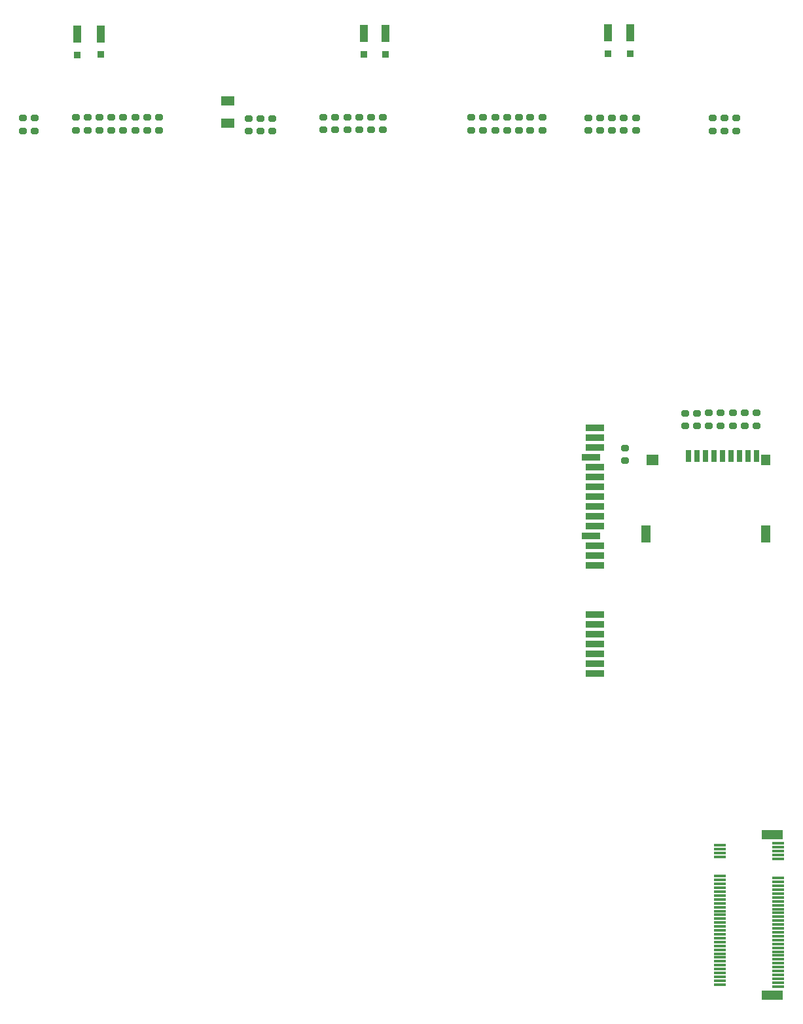
<source format=gbp>
G04 #@! TF.GenerationSoftware,KiCad,Pcbnew,8.0.0-rc1*
G04 #@! TF.CreationDate,2024-10-18T14:45:25+03:00*
G04 #@! TF.ProjectId,Movita_3568_XV_Router_V4.1,4d6f7669-7461-45f3-9335-36385f58565f,REV1*
G04 #@! TF.SameCoordinates,Original*
G04 #@! TF.FileFunction,Paste,Bot*
G04 #@! TF.FilePolarity,Positive*
%FSLAX46Y46*%
G04 Gerber Fmt 4.6, Leading zero omitted, Abs format (unit mm)*
G04 Created by KiCad (PCBNEW 8.0.0-rc1) date 2024-10-18 14:45:25*
%MOMM*%
%LPD*%
G01*
G04 APERTURE LIST*
G04 Aperture macros list*
%AMRoundRect*
0 Rectangle with rounded corners*
0 $1 Rounding radius*
0 $2 $3 $4 $5 $6 $7 $8 $9 X,Y pos of 4 corners*
0 Add a 4 corners polygon primitive as box body*
4,1,4,$2,$3,$4,$5,$6,$7,$8,$9,$2,$3,0*
0 Add four circle primitives for the rounded corners*
1,1,$1+$1,$2,$3*
1,1,$1+$1,$4,$5*
1,1,$1+$1,$6,$7*
1,1,$1+$1,$8,$9*
0 Add four rect primitives between the rounded corners*
20,1,$1+$1,$2,$3,$4,$5,0*
20,1,$1+$1,$4,$5,$6,$7,0*
20,1,$1+$1,$6,$7,$8,$9,0*
20,1,$1+$1,$8,$9,$2,$3,0*%
G04 Aperture macros list end*
%ADD10RoundRect,0.200000X0.275000X-0.200000X0.275000X0.200000X-0.275000X0.200000X-0.275000X-0.200000X0*%
%ADD11R,2.400000X0.900000*%
%ADD12R,1.120000X2.170000*%
%ADD13R,0.850000X0.850000*%
%ADD14RoundRect,0.200000X-0.275000X0.200000X-0.275000X-0.200000X0.275000X-0.200000X0.275000X0.200000X0*%
%ADD15R,1.800000X1.200000*%
%ADD16R,0.700000X1.600000*%
%ADD17R,1.200000X1.400000*%
%ADD18R,1.200000X2.200000*%
%ADD19R,1.600000X1.400000*%
%ADD20R,1.550000X0.300000*%
%ADD21R,2.750000X1.200000*%
G04 APERTURE END LIST*
D10*
X142920000Y-43015000D03*
X142920000Y-41365000D03*
D11*
X176480000Y-99315000D03*
X176480000Y-98035000D03*
X176480000Y-96765000D03*
X175980000Y-95495000D03*
X176480000Y-94225000D03*
X176480000Y-92955000D03*
X176480000Y-91685000D03*
X176480000Y-90415000D03*
X176480000Y-89145000D03*
X176480000Y-87875000D03*
X176480000Y-86605000D03*
X175980000Y-85335000D03*
X176480000Y-84065000D03*
X176480000Y-82795000D03*
X176480000Y-81525000D03*
X176480000Y-113275000D03*
X176480000Y-112005000D03*
X176480000Y-110735000D03*
X176480000Y-109465000D03*
X176480000Y-108195000D03*
X176480000Y-106925000D03*
X176480000Y-105655000D03*
D12*
X149435000Y-30562500D03*
D13*
X149435000Y-33242500D03*
D14*
X163600000Y-41410000D03*
X163600000Y-43060000D03*
D12*
X146625000Y-30562500D03*
D13*
X146625000Y-33242500D03*
D14*
X118590000Y-41395000D03*
X118590000Y-43045000D03*
X115490000Y-41415000D03*
X115490000Y-43065000D03*
X192780000Y-79590000D03*
X192780000Y-81240000D03*
D10*
X168160000Y-43050000D03*
X168160000Y-41400000D03*
D14*
X180260000Y-41450000D03*
X180260000Y-43100000D03*
X133240000Y-41545000D03*
X133240000Y-43195000D03*
D10*
X193280000Y-43130000D03*
X193280000Y-41480000D03*
X162060000Y-43060000D03*
X162060000Y-41410000D03*
X134770000Y-43195000D03*
X134770000Y-41545000D03*
D14*
X194800000Y-41480000D03*
X194800000Y-43130000D03*
X188160000Y-79625000D03*
X188160000Y-81275000D03*
D15*
X129037500Y-42137500D03*
X129037500Y-39237500D03*
D16*
X188580000Y-85130000D03*
X189680000Y-85130000D03*
X190780000Y-85130000D03*
X191880000Y-85130000D03*
X192980000Y-85130000D03*
X194080000Y-85130000D03*
X195180000Y-85130000D03*
X196280000Y-85130000D03*
X197380000Y-85130000D03*
D17*
X198580000Y-85630000D03*
D18*
X198580000Y-95230000D03*
X183080000Y-95230000D03*
D19*
X183980000Y-85630000D03*
D14*
X149055000Y-41355000D03*
X149055000Y-43005000D03*
X109340000Y-41405000D03*
X109340000Y-43055000D03*
X175680000Y-41440000D03*
X175680000Y-43090000D03*
X181820000Y-41450000D03*
X181820000Y-43100000D03*
D12*
X178190000Y-30480000D03*
D13*
X178190000Y-33160000D03*
D14*
X166640000Y-41415000D03*
X166640000Y-43065000D03*
D20*
X200184900Y-153715000D03*
X192634900Y-153465000D03*
X200184900Y-153215000D03*
X192634900Y-152965000D03*
X200184900Y-152715000D03*
X192634900Y-152465000D03*
X200184900Y-152215000D03*
X192634900Y-151965000D03*
X200184900Y-151715000D03*
X192634900Y-151465000D03*
X200184900Y-151215000D03*
X192634900Y-150965000D03*
X200184900Y-150715000D03*
X192634900Y-150465000D03*
X200184900Y-150215000D03*
X192634900Y-149965000D03*
X200184900Y-149715000D03*
X192634900Y-149465000D03*
X200184900Y-149215000D03*
X192634900Y-148965000D03*
X200184900Y-148715000D03*
X192634900Y-148465000D03*
X200184900Y-148215000D03*
X192634900Y-147965000D03*
X200184900Y-147715000D03*
X192634900Y-147465000D03*
X200184900Y-147215000D03*
X192634900Y-146965000D03*
X200184900Y-146715000D03*
X192634900Y-146465000D03*
X200184900Y-146215000D03*
X192634900Y-145965000D03*
X200184900Y-145715000D03*
X192634900Y-145465000D03*
X200184900Y-145215000D03*
X192634900Y-144965000D03*
X200184900Y-144715000D03*
X192634900Y-144465000D03*
X200184900Y-144215000D03*
X192634900Y-143965000D03*
X200184900Y-143715000D03*
X192634900Y-143465000D03*
X200184900Y-143215000D03*
X192634900Y-142965000D03*
X200184900Y-142715000D03*
X192634900Y-142465000D03*
X200184900Y-142215000D03*
X192634900Y-141965000D03*
X200184900Y-141715000D03*
X192634900Y-141465000D03*
X200184900Y-141215000D03*
X192634900Y-140965000D03*
X200184900Y-140715000D03*
X192634900Y-140465000D03*
X200184900Y-140215000D03*
X192634900Y-139965000D03*
X200184900Y-139715000D03*
X192634900Y-139465000D03*
X200184900Y-137215000D03*
X192634900Y-136965000D03*
X200184900Y-136715000D03*
X192634900Y-136465000D03*
X200184900Y-136215000D03*
X192634900Y-135965000D03*
X200184900Y-135715000D03*
X192634900Y-135465000D03*
X200184900Y-135215000D03*
D21*
X199409900Y-154815000D03*
X199409900Y-134115000D03*
D14*
X165120000Y-41410000D03*
X165120000Y-43060000D03*
X191750000Y-41480000D03*
X191750000Y-43130000D03*
X194330000Y-79590000D03*
X194330000Y-81240000D03*
X160540000Y-41400000D03*
X160540000Y-43050000D03*
X195870000Y-79590000D03*
X195870000Y-81240000D03*
X113940000Y-41405000D03*
X113940000Y-43055000D03*
X131710000Y-41530000D03*
X131710000Y-43180000D03*
X104050000Y-41480000D03*
X104050000Y-43130000D03*
X178730000Y-41440000D03*
X178730000Y-43090000D03*
D10*
X145995000Y-43020000D03*
X145995000Y-41370000D03*
X112410000Y-43045000D03*
X112410000Y-41395000D03*
D14*
X189700000Y-79615000D03*
X189700000Y-81265000D03*
X120150000Y-41395000D03*
X120150000Y-43045000D03*
D12*
X109545000Y-30622500D03*
D13*
X109545000Y-33302500D03*
D12*
X181050000Y-30460000D03*
D13*
X181050000Y-33140000D03*
D14*
X102490000Y-41490000D03*
X102490000Y-43140000D03*
X144465000Y-41370000D03*
X144465000Y-43020000D03*
D10*
X117050000Y-43045000D03*
X117050000Y-41395000D03*
D14*
X141380000Y-41365000D03*
X141380000Y-43015000D03*
X197400000Y-79585000D03*
X197400000Y-81235000D03*
X169710000Y-41400000D03*
X169710000Y-43050000D03*
D12*
X112580000Y-30610000D03*
D13*
X112580000Y-33290000D03*
D14*
X147515000Y-41355000D03*
X147515000Y-43005000D03*
D10*
X177190000Y-43090000D03*
X177190000Y-41440000D03*
D14*
X110880000Y-41405000D03*
X110880000Y-43055000D03*
X191230000Y-79605000D03*
X191230000Y-81255000D03*
D10*
X180420000Y-85755000D03*
X180420000Y-84105000D03*
M02*

</source>
